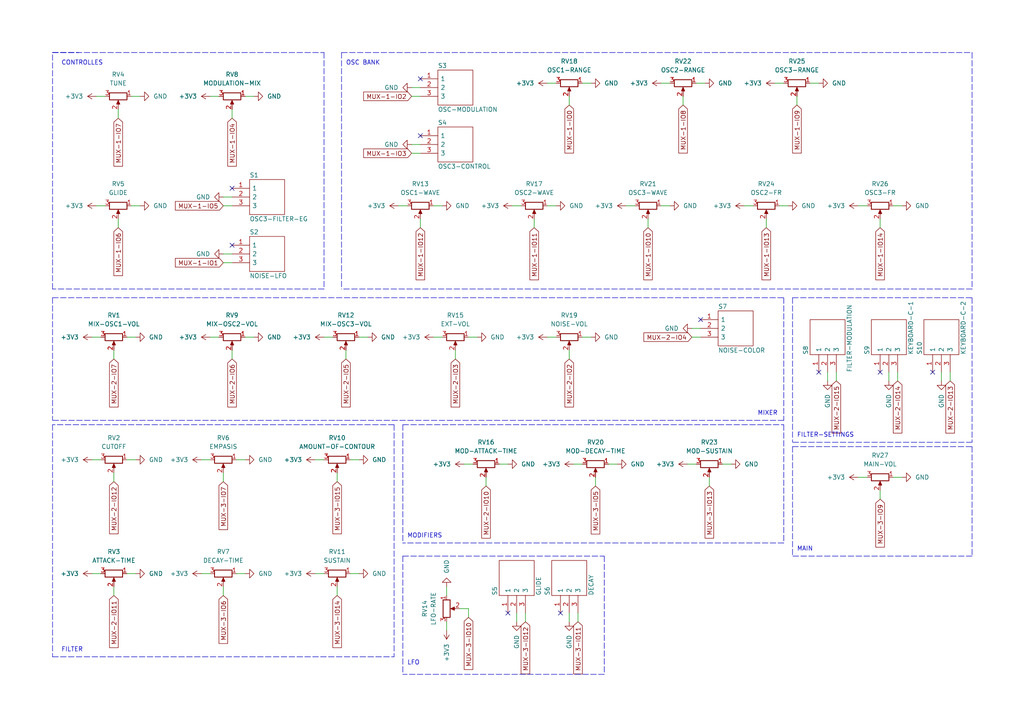
<source format=kicad_sch>
(kicad_sch (version 20211123) (generator eeschema)
  (paper "A4")
  (lib_symbols
    (symbol "2M1-SP1-T1-B1-M2QE:2M1-SP1-T1-B1-M2QE" (pin_names (offset 0.762))
      (property "Reference" "S" (at 16.51 7.62 0))
      (property "Value" "2M1-SP1-T1-B1-M2QE" (at 16.51 5.08 0))
      (symbol "2M1-SP1-T1-B1-M2QE_0_0"
        (pin passive line (at 0 0 0) (length 5.08) (name "1") (number "1"))
        (pin passive line (at 0 -2.54 0) (length 5.08) (name "2") (number "2"))
        (pin passive line (at 0 -5.08 0) (length 5.08) (name "3") (number "3"))
      )
      (symbol "2M1-SP1-T1-B1-M2QE_0_1"
        (polyline (pts (xy 5.08 2.54) (xy 15.24 2.54) (xy 15.24 -7.62) (xy 5.08 -7.62) (xy 5.08 2.54)) (stroke (width 0.1524)))
      )
    )
    (symbol "Device:R_Potentiometer" (pin_names (offset 1.016) hide)
      (property "Reference" "RV" (at -4.445 0 90))
      (property "Value" "R_Potentiometer" (at -2.54 0 90))
      (symbol "R_Potentiometer_0_1"
        (polyline (pts (xy 2.54 0) (xy 1.524 0)))
        (polyline (pts (xy 1.143 0) (xy 2.286 0.508) (xy 2.286 -0.508) (xy 1.143 0)) (fill (type outline)))
        (rectangle (start 1.016 2.54) (end -1.016 -2.54) (stroke (width 0.254)))
      )
      (symbol "R_Potentiometer_1_1"
        (pin passive line (at 0 3.81 270) (length 1.27) (name "1") (number "1"))
        (pin passive line (at 3.81 0 180) (length 1.27) (name "2") (number "2"))
        (pin passive line (at 0 -3.81 90) (length 1.27) (name "3") (number "3"))
      )
    )
    (symbol "power:+3.3V" (power) (pin_names (offset 0))
      (property "Value" "+3.3V" (at 0 3.556 0))
      (symbol "+3.3V_0_1"
        (polyline (pts (xy -0.762 1.27) (xy 0 2.54)))
        (polyline (pts (xy 0 0) (xy 0 2.54)))
        (polyline (pts (xy 0 2.54) (xy 0.762 1.27)))
      )
      (symbol "+3.3V_1_1"
        (pin power_in line (at 0 0 90) (length 0) hide (name "+3V3") (number "1"))
      )
    )
    (symbol "power:GND" (power) (pin_names (offset 0))
      (property "Value" "GND" (at 0 -3.81 0))
      (symbol "GND_0_1"
        (polyline (pts (xy 0 0) (xy 0 -1.27) (xy 1.27 -1.27) (xy 0 -2.54) (xy -1.27 -1.27) (xy 0 -1.27)))
      )
      (symbol "GND_1_1"
        (pin power_in line (at 0 0 270) (length 0) hide (name "GND") (number "1"))
      )
    )
  )
  (no_connect (at 67.31 54.61))
  (no_connect (at 121.92 39.37))
  (no_connect (at 67.31 71.12))
  (no_connect (at 147.32 177.8))
  (no_connect (at 270.51 107.95))
  (no_connect (at 121.92 22.86))
  (no_connect (at 203.2 92.71))
  (no_connect (at 255.27 107.95))
  (no_connect (at 162.56 177.8))
  (no_connect (at 237.49 107.95))
  (polyline (pts (xy 114.3 123.19) (xy 15.24 123.19)))
  (wire (pts (xy 226.06 59.69) (xy 228.6 59.69)))
  (wire (pts (xy 200.66 95.25) (xy 203.2 95.25)))
  (wire (pts (xy 154.94 63.5) (xy 154.94 66.04)))
  (wire (pts (xy 133.35 176.53) (xy 135.89 176.53)))
  (wire (pts (xy 26.67 97.79) (xy 29.21 97.79)))
  (polyline (pts (xy 99.06 15.24) (xy 281.94 15.24)))
  (polyline (pts (xy 281.94 15.24) (xy 281.94 83.82)))
  (wire (pts (xy 201.93 24.13) (xy 204.47 24.13)))
  (wire (pts (xy 172.72 138.43) (xy 172.72 140.97)))
  (wire (pts (xy 168.91 24.13) (xy 171.45 24.13)))
  (wire (pts (xy 215.9 59.69) (xy 218.44 59.69)))
  (polyline (pts (xy 116.84 123.19) (xy 116.84 157.48)))
  (wire (pts (xy 187.96 63.5) (xy 187.96 66.04)))
  (wire (pts (xy 104.14 97.79) (xy 106.68 97.79)))
  (wire (pts (xy 26.67 166.37) (xy 29.21 166.37)))
  (polyline (pts (xy 99.06 15.24) (xy 99.06 83.82)))
  (wire (pts (xy 33.02 137.16) (xy 33.02 139.7)))
  (wire (pts (xy 259.08 138.43) (xy 261.62 138.43)))
  (wire (pts (xy 199.39 134.62) (xy 201.93 134.62)))
  (wire (pts (xy 68.58 166.37) (xy 71.12 166.37)))
  (wire (pts (xy 27.94 27.94) (xy 30.48 27.94)))
  (polyline (pts (xy 175.26 161.29) (xy 175.26 195.58)))
  (wire (pts (xy 26.67 133.35) (xy 29.21 133.35)))
  (wire (pts (xy 64.77 76.2) (xy 67.31 76.2)))
  (wire (pts (xy 67.31 101.6) (xy 67.31 104.14)))
  (wire (pts (xy 275.59 110.49) (xy 275.59 107.95)))
  (wire (pts (xy 165.1 101.6) (xy 165.1 104.14)))
  (wire (pts (xy 115.57 59.69) (xy 118.11 59.69)))
  (polyline (pts (xy 116.84 161.29) (xy 116.84 195.58)))
  (polyline (pts (xy 15.24 86.36) (xy 15.24 121.92)))
  (polyline (pts (xy 15.24 123.19) (xy 15.24 190.5)))
  (wire (pts (xy 100.33 101.6) (xy 100.33 104.14)))
  (wire (pts (xy 255.27 63.5) (xy 255.27 66.04)))
  (wire (pts (xy 38.1 59.69) (xy 40.64 59.69)))
  (polyline (pts (xy 93.98 83.82) (xy 15.24 83.82)))
  (wire (pts (xy 224.79 24.13) (xy 227.33 24.13)))
  (wire (pts (xy 119.38 27.94) (xy 121.92 27.94)))
  (wire (pts (xy 119.38 25.4) (xy 121.92 25.4)))
  (wire (pts (xy 198.12 27.94) (xy 198.12 30.48)))
  (wire (pts (xy 165.1 180.34) (xy 165.1 177.8)))
  (wire (pts (xy 135.89 97.79) (xy 138.43 97.79)))
  (wire (pts (xy 101.6 133.35) (xy 104.14 133.35)))
  (polyline (pts (xy 93.98 15.24) (xy 93.98 83.82)))
  (wire (pts (xy 209.55 134.62) (xy 212.09 134.62)))
  (wire (pts (xy 34.29 31.75) (xy 34.29 34.29)))
  (polyline (pts (xy 229.87 129.54) (xy 229.87 161.29)))
  (wire (pts (xy 119.38 41.91) (xy 121.92 41.91)))
  (wire (pts (xy 119.38 44.45) (xy 121.92 44.45)))
  (wire (pts (xy 129.54 172.72) (xy 129.54 170.18)))
  (wire (pts (xy 255.27 142.24) (xy 255.27 144.78)))
  (polyline (pts (xy 15.24 15.24) (xy 22.86 15.24)))
  (polyline (pts (xy 116.84 123.19) (xy 227.33 123.19)))
  (wire (pts (xy 149.86 180.34) (xy 149.86 177.8)))
  (wire (pts (xy 248.92 59.69) (xy 251.46 59.69)))
  (wire (pts (xy 60.96 97.79) (xy 63.5 97.79)))
  (wire (pts (xy 36.83 133.35) (xy 39.37 133.35)))
  (wire (pts (xy 64.77 73.66) (xy 67.31 73.66)))
  (wire (pts (xy 200.66 97.79) (xy 203.2 97.79)))
  (wire (pts (xy 259.08 59.69) (xy 261.62 59.69)))
  (wire (pts (xy 165.1 27.94) (xy 165.1 30.48)))
  (polyline (pts (xy 114.3 123.19) (xy 114.3 190.5)))
  (polyline (pts (xy 229.87 86.36) (xy 281.94 86.36)))
  (wire (pts (xy 144.78 134.62) (xy 147.32 134.62)))
  (wire (pts (xy 205.74 138.43) (xy 205.74 140.97)))
  (wire (pts (xy 97.79 170.18) (xy 97.79 172.72)))
  (wire (pts (xy 273.05 110.49) (xy 273.05 107.95)))
  (polyline (pts (xy 227.33 123.19) (xy 227.33 157.48)))
  (polyline (pts (xy 227.33 121.92) (xy 15.24 121.92)))
  (wire (pts (xy 234.95 24.13) (xy 237.49 24.13)))
  (wire (pts (xy 191.77 59.69) (xy 194.31 59.69)))
  (wire (pts (xy 260.35 110.49) (xy 260.35 107.95)))
  (wire (pts (xy 166.37 134.62) (xy 168.91 134.62)))
  (wire (pts (xy 64.77 57.15) (xy 67.31 57.15)))
  (wire (pts (xy 71.12 97.79) (xy 73.66 97.79)))
  (wire (pts (xy 132.08 101.6) (xy 132.08 104.14)))
  (polyline (pts (xy 281.94 161.29) (xy 229.87 161.29)))
  (wire (pts (xy 135.89 176.53) (xy 135.89 179.07)))
  (wire (pts (xy 121.92 63.5) (xy 121.92 66.04)))
  (wire (pts (xy 167.64 180.34) (xy 167.64 177.8)))
  (wire (pts (xy 125.73 59.69) (xy 128.27 59.69)))
  (wire (pts (xy 38.1 27.94) (xy 40.64 27.94)))
  (polyline (pts (xy 227.33 157.48) (xy 116.84 157.48)))
  (wire (pts (xy 34.29 63.5) (xy 34.29 66.04)))
  (wire (pts (xy 33.02 101.6) (xy 33.02 104.14)))
  (wire (pts (xy 58.42 166.37) (xy 60.96 166.37)))
  (polyline (pts (xy 281.94 86.36) (xy 281.94 128.27)))
  (wire (pts (xy 158.75 97.79) (xy 161.29 97.79)))
  (wire (pts (xy 36.83 97.79) (xy 39.37 97.79)))
  (wire (pts (xy 257.81 110.49) (xy 257.81 107.95)))
  (wire (pts (xy 248.92 138.43) (xy 251.46 138.43)))
  (wire (pts (xy 222.25 63.5) (xy 222.25 66.04)))
  (wire (pts (xy 27.94 59.69) (xy 30.48 59.69)))
  (wire (pts (xy 158.75 24.13) (xy 161.29 24.13)))
  (wire (pts (xy 191.77 24.13) (xy 194.31 24.13)))
  (wire (pts (xy 240.03 110.49) (xy 240.03 107.95)))
  (wire (pts (xy 60.96 27.94) (xy 63.5 27.94)))
  (wire (pts (xy 64.77 59.69) (xy 67.31 59.69)))
  (wire (pts (xy 129.54 182.88) (xy 129.54 180.34)))
  (wire (pts (xy 36.83 166.37) (xy 39.37 166.37)))
  (polyline (pts (xy 227.33 86.36) (xy 227.33 121.92)))
  (polyline (pts (xy 229.87 86.36) (xy 229.87 128.27)))
  (wire (pts (xy 67.31 31.75) (xy 67.31 34.29)))
  (wire (pts (xy 125.73 97.79) (xy 128.27 97.79)))
  (wire (pts (xy 93.98 97.79) (xy 96.52 97.79)))
  (wire (pts (xy 181.61 59.69) (xy 184.15 59.69)))
  (polyline (pts (xy 229.87 129.54) (xy 281.94 129.54)))
  (polyline (pts (xy 116.84 161.29) (xy 175.26 161.29)))
  (polyline (pts (xy 15.24 15.24) (xy 93.98 15.24)))
  (wire (pts (xy 242.57 110.49) (xy 242.57 107.95)))
  (wire (pts (xy 58.42 133.35) (xy 60.96 133.35)))
  (wire (pts (xy 148.59 59.69) (xy 151.13 59.69)))
  (polyline (pts (xy 281.94 128.27) (xy 229.87 128.27)))
  (polyline (pts (xy 15.24 190.5) (xy 114.3 190.5)))
  (wire (pts (xy 168.91 97.79) (xy 171.45 97.79)))
  (polyline (pts (xy 15.24 83.82) (xy 15.24 15.24)))
  (polyline (pts (xy 281.94 129.54) (xy 281.94 161.29)))
  (polyline (pts (xy 281.94 83.82) (xy 99.06 83.82)))
  (wire (pts (xy 68.58 133.35) (xy 71.12 133.35)))
  (polyline (pts (xy 175.26 195.58) (xy 116.84 195.58)))
  (wire (pts (xy 158.75 59.69) (xy 161.29 59.69)))
  (wire (pts (xy 134.62 134.62) (xy 137.16 134.62)))
  (wire (pts (xy 140.97 138.43) (xy 140.97 140.97)))
  (wire (pts (xy 231.14 27.94) (xy 231.14 30.48)))
  (wire (pts (xy 71.12 27.94) (xy 73.66 27.94)))
  (polyline (pts (xy 15.24 86.36) (xy 227.33 86.36)))
  (wire (pts (xy 33.02 170.18) (xy 33.02 172.72)))
  (wire (pts (xy 176.53 134.62) (xy 179.07 134.62)))
  (wire (pts (xy 91.44 166.37) (xy 93.98 166.37)))
  (wire (pts (xy 152.4 180.34) (xy 152.4 177.8)))
  (wire (pts (xy 64.77 170.18) (xy 64.77 172.72)))
  (wire (pts (xy 101.6 166.37) (xy 104.14 166.37)))
  (wire (pts (xy 64.77 137.16) (xy 64.77 139.7)))
  (wire (pts (xy 91.44 133.35) (xy 93.98 133.35)))
  (wire (pts (xy 97.79 137.16) (xy 97.79 139.7)))
  (text "MIXER" (at 219.71 120.65 0) (effects (font (size 1.27 1.27)) (justify left bottom)))
  (text "MODIFIERS\n" (at 118.11 156.21 0) (effects (font (size 1.27 1.27)) (justify left bottom)))
  (text "FILTER-SETTINGS" (at 231.14 127 0) (effects (font (size 1.27 1.27)) (justify left bottom)))
  (text "LFO" (at 118.11 193.04 0) (effects (font (size 1.27 1.27)) (justify left bottom)))
  (text "OSC BANK" (at 100.33 19.05 0) (effects (font (size 1.27 1.27)) (justify left bottom)))
  (text "CONTROLLES" (at 17.78 19.05 0) (effects (font (size 1.27 1.27)) (justify left bottom)))
  (text "MAIN" (at 231.14 160.02 0) (effects (font (size 1.27 1.27)) (justify left bottom)))
  (text "FILTER" (at 17.78 189.23 0) (effects (font (size 1.27 1.27)) (justify left bottom)))
  (global_label "MUX-3-IO9" (shape input) (at 255.27 144.78 270) (property "Intersheet References" "${INTERSHEET_REFS}" (effects hide)))
  (global_label "MUX-1-IO12" (shape input) (at 121.92 66.04 270) (property "Intersheet References" "${INTERSHEET_REFS}" (effects hide)))
  (global_label "MUX-2-IO7" (shape input) (at 33.02 104.14 270) (property "Intersheet References" "${INTERSHEET_REFS}" (effects hide)))
  (global_label "MUX-3-IO10" (shape input) (at 135.89 179.07 270) (property "Intersheet References" "${INTERSHEET_REFS}" (effects hide)))
  (global_label "MUX-1-IO8" (shape input) (at 198.12 30.48 270) (property "Intersheet References" "${INTERSHEET_REFS}" (effects hide)))
  (global_label "MUX-2-IO6" (shape input) (at 67.31 104.14 270) (property "Intersheet References" "${INTERSHEET_REFS}" (effects hide)))
  (global_label "MUX-1-IO14" (shape input) (at 255.27 66.04 270) (property "Intersheet References" "${INTERSHEET_REFS}" (effects hide)))
  (global_label "MUX-1-IO1" (shape input) (at 64.77 76.2 180) (property "Intersheet References" "${INTERSHEET_REFS}" (effects hide)))
  (global_label "MUX-3-IO13" (shape input) (at 205.74 140.97 270) (property "Intersheet References" "${INTERSHEET_REFS}" (effects hide)))
  (global_label "MUX-1-IO6" (shape input) (at 34.29 66.04 270) (property "Intersheet References" "${INTERSHEET_REFS}" (effects hide)))
  (global_label "MUX-3-IO14" (shape input) (at 97.79 172.72 270) (property "Intersheet References" "${INTERSHEET_REFS}" (effects hide)))
  (global_label "MUX-2-IO13" (shape input) (at 275.59 110.49 270) (property "Intersheet References" "${INTERSHEET_REFS}" (effects hide)))
  (global_label "MUX-3-IO11" (shape input) (at 167.64 180.34 270) (property "Intersheet References" "${INTERSHEET_REFS}" (effects hide)))
  (global_label "MUX-1-IO7" (shape input) (at 34.29 34.29 270) (property "Intersheet References" "${INTERSHEET_REFS}" (effects hide)))
  (global_label "MUX-1-IO9" (shape input) (at 231.14 30.48 270) (property "Intersheet References" "${INTERSHEET_REFS}" (effects hide)))
  (global_label "MUX-3-IO5" (shape input) (at 172.72 140.97 270) (property "Intersheet References" "${INTERSHEET_REFS}" (effects hide)))
  (global_label "MUX-2-IO15" (shape input) (at 242.57 110.49 270) (property "Intersheet References" "${INTERSHEET_REFS}" (effects hide)))
  (global_label "MUX-1-IO10" (shape input) (at 187.96 66.04 270) (property "Intersheet References" "${INTERSHEET_REFS}" (effects hide)))
  (global_label "MUX-1-IO13" (shape input) (at 222.25 66.04 270) (property "Intersheet References" "${INTERSHEET_REFS}" (effects hide)))
  (global_label "MUX-2-IO12" (shape input) (at 33.02 139.7 270) (property "Intersheet References" "${INTERSHEET_REFS}" (effects hide)))
  (global_label "MUX-2-IO10" (shape input) (at 140.97 140.97 270) (property "Intersheet References" "${INTERSHEET_REFS}" (effects hide)))
  (global_label "MUX-3-IO15" (shape input) (at 97.79 139.7 270) (property "Intersheet References" "${INTERSHEET_REFS}" (effects hide)))
  (global_label "MUX-1-IO5" (shape input) (at 64.77 59.69 180) (property "Intersheet References" "${INTERSHEET_REFS}" (effects hide)))
  (global_label "MUX-1-IO11" (shape input) (at 154.94 66.04 270) (property "Intersheet References" "${INTERSHEET_REFS}" (effects hide)))
  (global_label "MUX-2-IO11" (shape input) (at 33.02 172.72 270) (property "Intersheet References" "${INTERSHEET_REFS}" (effects hide)))
  (global_label "MUX-1-IO4" (shape input) (at 67.31 34.29 270) (property "Intersheet References" "${INTERSHEET_REFS}" (effects hide)))
  (global_label "MUX-3-IO12" (shape input) (at 152.4 180.34 270) (property "Intersheet References" "${INTERSHEET_REFS}" (effects hide)))
  (global_label "MUX-2-IO4" (shape input) (at 200.66 97.79 180) (property "Intersheet References" "${INTERSHEET_REFS}" (effects hide)))
  (global_label "MUX-3-IO6" (shape input) (at 64.77 172.72 270) (property "Intersheet References" "${INTERSHEET_REFS}" (effects hide)))
  (global_label "MUX-2-IO2" (shape input) (at 165.1 104.14 270) (property "Intersheet References" "${INTERSHEET_REFS}" (effects hide)))
  (global_label "MUX-2-IO5" (shape input) (at 100.33 104.14 270) (property "Intersheet References" "${INTERSHEET_REFS}" (effects hide)))
  (global_label "MUX-3-IO7" (shape input) (at 64.77 139.7 270) (property "Intersheet References" "${INTERSHEET_REFS}" (effects hide)))
  (global_label "MUX-2-IO3" (shape input) (at 132.08 104.14 270) (property "Intersheet References" "${INTERSHEET_REFS}" (effects hide)))
  (global_label "MUX-1-IO2" (shape input) (at 119.38 27.94 180) (property "Intersheet References" "${INTERSHEET_REFS}" (effects hide)))
  (global_label "MUX-1-IO0" (shape input) (at 165.1 30.48 270) (property "Intersheet References" "${INTERSHEET_REFS}" (effects hide)))
  (global_label "MUX-2-IO14" (shape input) (at 260.35 110.49 270) (property "Intersheet References" "${INTERSHEET_REFS}" (effects hide)))
  (global_label "MUX-1-IO3" (shape input) (at 119.38 44.45 180) (property "Intersheet References" "${INTERSHEET_REFS}" (effects hide)))
  (symbol (lib_id "power:GND") (at 179.07 134.62 90) (unit 1)
    (property "Reference" "#PWR048" (effects hide))
    (property "Value" "GND" (at 182.88 134.6199 90) (effects (justify right)))
  )
  (symbol (lib_id "power:+3.3V") (at 60.96 27.94 90) (unit 1)
    (property "Reference" "#PWR017" (effects hide))
    (property "Value" "+3.3V" (at 57.15 27.9399 90) (effects (justify left)))
  )
  (symbol (lib_id "power:+3.3V") (at 125.73 97.79 90) (unit 1)
    (property "Reference" "#PWR032" (effects hide))
    (property "Value" "+3.3V" (at 121.92 97.7899 90) (effects (justify left)))
  )
  (symbol (lib_id "power:GND") (at 104.14 166.37 90) (unit 1)
    (property "Reference" "#PWR027" (effects hide))
    (property "Value" "GND" (at 107.95 166.3699 90) (effects (justify right)))
  )
  (symbol (lib_id "Device:R_Potentiometer") (at 172.72 134.62 270) (unit 1)
    (property "Reference" "RV20" (at 172.72 128.27 90))
    (property "Value" "MOD-DECAY-TIME" (at 172.72 130.81 90))
    (property "Footprint" "Potentiometer_THT:Potentiometer_Alps_RK09K_Single_Vertical" (effects hide))
  )
  (symbol (lib_id "Device:R_Potentiometer") (at 222.25 59.69 270) (unit 1)
    (property "Reference" "RV24" (at 222.25 53.34 90))
    (property "Value" "OSC2-FR" (at 222.25 55.88 90))
    (property "Footprint" "Potentiometer_THT:Potentiometer_Alps_RK09K_Single_Vertical" (effects hide))
  )
  (symbol (lib_id "2M1-SP1-T1-B1-M2QE:2M1-SP1-T1-B1-M2QE") (at 270.51 107.95 90) (unit 1)
    (property "Reference" "S10" (at 266.7 102.87 0) (effects (justify left)))
    (property "Value" "KEYBOARD-C-2" (at 279.4 102.87 0) (effects (justify left)))
    (property "Footprint" "2M1-SP1-T1-B1-M2QE:2M1SP3T1B1M2QE" (effects hide))
    (property "Datasheet" "https://www.carlingtech.com/sites/default/files/documents/Carling-MTS-2M-Series.pdf" (effects hide))
    (property "Description" "SP Toggle Switch On-None-On, 5 A, Panel Mount" (effects hide))
    (property "Height" "28.2" (effects hide))
    (property "Manufacturer_Name" "Carling Technologies" (effects hide))
    (property "Manufacturer_Part_Number" "2M1-SP1-T1-B1-M2QE" (effects hide))
    (property "Mouser Part Number" "691-2M1-SP1-T1B1M2QE" (effects hide))
    (property "Mouser Price/Stock" "https://www.mouser.co.uk/ProductDetail/Carling-Technologies/2M1-SP1-T1-B1-M2QE?qs=fLlAb0goH0dj4%2FU5qxsPsw%3D%3D" (effects hide))
  )
  (symbol (lib_id "power:GND") (at 71.12 133.35 90) (unit 1)
    (property "Reference" "#PWR019" (effects hide))
    (property "Value" "GND" (at 74.93 133.3499 90) (effects (justify right)))
  )
  (symbol (lib_id "Device:R_Potentiometer") (at 34.29 27.94 270) (unit 1)
    (property "Reference" "RV4" (at 34.29 21.59 90))
    (property "Value" "TUNE" (at 34.29 24.13 90))
    (property "Footprint" "Potentiometer_THT:Potentiometer_Alps_RK09K_Single_Vertical" (effects hide))
  )
  (symbol (lib_id "Device:R_Potentiometer") (at 129.54 176.53 0) (unit 1)
    (property "Reference" "RV14" (at 123.19 176.53 90))
    (property "Value" "LFO-RATE" (at 125.73 176.53 90))
    (property "Footprint" "Potentiometer_THT:Potentiometer_Alps_RK09K_Single_Vertical" (effects hide))
  )
  (symbol (lib_id "Device:R_Potentiometer") (at 198.12 24.13 270) (unit 1)
    (property "Reference" "RV22" (at 198.12 17.78 90))
    (property "Value" "OSC2-RANGE" (at 198.12 20.32 90))
    (property "Footprint" "Potentiometer_THT:Potentiometer_Alps_RK09K_Single_Vertical" (effects hide))
  )
  (symbol (lib_id "power:GND") (at 119.38 41.91 270) (unit 1)
    (property "Reference" "#PWR0119" (effects hide))
    (property "Value" "GND" (at 115.57 41.9099 90) (effects (justify right)))
  )
  (symbol (lib_id "Device:R_Potentiometer") (at 255.27 138.43 270) (unit 1)
    (property "Reference" "RV27" (at 255.27 132.08 90))
    (property "Value" "MAIN-VOL" (at 255.27 134.62 90))
    (property "Footprint" "Potentiometer_THT:Potentiometer_Alps_RK09K_Single_Vertical" (effects hide))
  )
  (symbol (lib_id "Device:R_Potentiometer") (at 255.27 59.69 270) (unit 1)
    (property "Reference" "RV26" (at 255.27 53.34 90))
    (property "Value" "OSC3-FR" (at 255.27 55.88 90))
    (property "Footprint" "Potentiometer_THT:Potentiometer_Alps_RK09K_Single_Vertical" (effects hide))
  )
  (symbol (lib_id "power:+3.3V") (at 115.57 59.69 90) (unit 1)
    (property "Reference" "#PWR031" (effects hide))
    (property "Value" "+3.3V" (at 111.76 59.6899 90) (effects (justify left)))
  )
  (symbol (lib_id "power:+3.3V") (at 129.54 182.88 180) (unit 1)
    (property "Reference" "#PWR034" (effects hide))
    (property "Value" "+3.3V" (at 129.5399 186.69 90) (effects (justify left)))
  )
  (symbol (lib_id "power:GND") (at 161.29 59.69 90) (unit 1)
    (property "Reference" "#PWR044" (effects hide))
    (property "Value" "GND" (at 165.1 59.6899 90) (effects (justify right)))
  )
  (symbol (lib_id "power:GND") (at 149.86 180.34 0) (unit 1)
    (property "Reference" "#PWR0116" (effects hide))
    (property "Value" "GND" (at 149.8599 184.15 90) (effects (justify right)))
  )
  (symbol (lib_id "power:+3.3V") (at 26.67 97.79 90) (unit 1)
    (property "Reference" "#PWR03" (effects hide))
    (property "Value" "+3.3V" (at 22.86 97.7899 90) (effects (justify left)))
  )
  (symbol (lib_id "Device:R_Potentiometer") (at 33.02 166.37 270) (unit 1)
    (property "Reference" "RV3" (at 33.02 160.02 90))
    (property "Value" "ATTACK-TIME" (at 33.02 162.56 90))
    (property "Footprint" "Potentiometer_THT:Potentiometer_Alps_RK09K_Single_Vertical" (effects hide))
  )
  (symbol (lib_id "Device:R_Potentiometer") (at 97.79 133.35 270) (unit 1)
    (property "Reference" "RV10" (at 97.79 127 90))
    (property "Value" "AMOUNT-OF-CONTOUR" (at 97.79 129.54 90))
    (property "Footprint" "Potentiometer_THT:Potentiometer_Alps_RK09K_Single_Vertical" (effects hide))
  )
  (symbol (lib_id "power:+3.3V") (at 91.44 166.37 90) (unit 1)
    (property "Reference" "#PWR024" (effects hide))
    (property "Value" "+3.3V" (at 87.63 166.3699 90) (effects (justify left)))
  )
  (symbol (lib_id "power:GND") (at 129.54 170.18 180) (unit 1)
    (property "Reference" "#PWR033" (effects hide))
    (property "Value" "GND" (at 129.5399 166.37 90) (effects (justify right)))
  )
  (symbol (lib_id "2M1-SP1-T1-B1-M2QE:2M1-SP1-T1-B1-M2QE") (at 121.92 39.37 0) (unit 1)
    (property "Reference" "S4" (at 127 35.56 0) (effects (justify left)))
    (property "Value" "OSC3-CONTROL" (at 127 48.26 0) (effects (justify left)))
    (property "Footprint" "2M1-SP1-T1-B1-M2QE:2M1SP3T1B1M2QE" (effects hide))
    (property "Datasheet" "https://www.carlingtech.com/sites/default/files/documents/Carling-MTS-2M-Series.pdf" (effects hide))
    (property "Description" "SP Toggle Switch On-None-On, 5 A, Panel Mount" (effects hide))
    (property "Height" "28.2" (effects hide))
    (property "Manufacturer_Name" "Carling Technologies" (effects hide))
    (property "Manufacturer_Part_Number" "2M1-SP1-T1-B1-M2QE" (effects hide))
    (property "Mouser Part Number" "691-2M1-SP1-T1B1M2QE" (effects hide))
    (property "Mouser Price/Stock" "https://www.mouser.co.uk/ProductDetail/Carling-Technologies/2M1-SP1-T1-B1-M2QE?qs=fLlAb0goH0dj4%2FU5qxsPsw%3D%3D" (effects hide))
  )
  (symbol (lib_id "power:GND") (at 64.77 57.15 270) (unit 1)
    (property "Reference" "#PWR0115" (effects hide))
    (property "Value" "GND" (at 60.96 57.1499 90) (effects (justify right)))
  )
  (symbol (lib_id "power:+3.3V") (at 166.37 134.62 90) (unit 1)
    (property "Reference" "#PWR045" (effects hide))
    (property "Value" "+3.3V" (at 162.56 134.6199 90) (effects (justify left)))
  )
  (symbol (lib_id "Device:R_Potentiometer") (at 100.33 97.79 270) (unit 1)
    (property "Reference" "RV12" (at 100.33 91.44 90))
    (property "Value" "MIX-OSC3-VOL" (at 100.33 93.98 90))
    (property "Footprint" "Potentiometer_THT:Potentiometer_Alps_RK09K_Single_Vertical" (effects hide))
  )
  (symbol (lib_id "power:+3.3V") (at 58.42 133.35 90) (unit 1)
    (property "Reference" "#PWR013" (effects hide))
    (property "Value" "+3.3V" (at 54.61 133.3499 90) (effects (justify left)))
  )
  (symbol (lib_id "power:GND") (at 71.12 166.37 90) (unit 1)
    (property "Reference" "#PWR020" (effects hide))
    (property "Value" "GND" (at 74.93 166.3699 90) (effects (justify right)))
  )
  (symbol (lib_id "power:GND") (at 240.03 110.49 0) (unit 1)
    (property "Reference" "#PWR0122" (effects hide))
    (property "Value" "GND" (at 240.0299 114.3 90) (effects (justify right)))
  )
  (symbol (lib_id "power:GND") (at 237.49 24.13 90) (unit 1)
    (property "Reference" "#PWR059" (effects hide))
    (property "Value" "GND" (at 241.3 24.1299 90) (effects (justify right)))
  )
  (symbol (lib_id "2M1-SP1-T1-B1-M2QE:2M1-SP1-T1-B1-M2QE") (at 147.32 177.8 90) (unit 1)
    (property "Reference" "S5" (at 143.51 172.72 0) (effects (justify left)))
    (property "Value" "GLIDE" (at 156.21 172.72 0) (effects (justify left)))
    (property "Footprint" "2M1-SP1-T1-B1-M2QE:2M1SP3T1B1M2QE" (effects hide))
    (property "Datasheet" "https://www.carlingtech.com/sites/default/files/documents/Carling-MTS-2M-Series.pdf" (effects hide))
    (property "Description" "SP Toggle Switch On-None-On, 5 A, Panel Mount" (effects hide))
    (property "Height" "28.2" (effects hide))
    (property "Manufacturer_Name" "Carling Technologies" (effects hide))
    (property "Manufacturer_Part_Number" "2M1-SP1-T1-B1-M2QE" (effects hide))
    (property "Mouser Part Number" "691-2M1-SP1-T1B1M2QE" (effects hide))
    (property "Mouser Price/Stock" "https://www.mouser.co.uk/ProductDetail/Carling-Technologies/2M1-SP1-T1-B1-M2QE?qs=fLlAb0goH0dj4%2FU5qxsPsw%3D%3D" (effects hide))
  )
  (symbol (lib_id "power:+3.3V") (at 215.9 59.69 90) (unit 1)
    (property "Reference" "#PWR056" (effects hide))
    (property "Value" "+3.3V" (at 212.09 59.6899 90) (effects (justify left)))
  )
  (symbol (lib_id "power:+3.3V") (at 134.62 134.62 90) (unit 1)
    (property "Reference" "#PWR036" (effects hide))
    (property "Value" "+3.3V" (at 130.81 134.6199 90) (effects (justify left)))
  )
  (symbol (lib_id "Device:R_Potentiometer") (at 64.77 166.37 270) (unit 1)
    (property "Reference" "RV7" (at 64.77 160.02 90))
    (property "Value" "DECAY-TIME" (at 64.77 162.56 90))
    (property "Footprint" "Potentiometer_THT:Potentiometer_Alps_RK09K_Single_Vertical" (effects hide))
  )
  (symbol (lib_id "Device:R_Potentiometer") (at 121.92 59.69 270) (unit 1)
    (property "Reference" "RV13" (at 121.92 53.34 90))
    (property "Value" "OSC1-WAVE" (at 121.92 55.88 90))
    (property "Footprint" "Potentiometer_THT:Potentiometer_Alps_RK09K_Single_Vertical" (effects hide))
  )
  (symbol (lib_id "2M1-SP1-T1-B1-M2QE:2M1-SP1-T1-B1-M2QE") (at 237.49 107.95 90) (unit 1)
    (property "Reference" "S8" (at 233.68 102.87 0) (effects (justify left)))
    (property "Value" "FILTER-MODULATION" (at 246.38 107.95 0) (effects (justify left)))
    (property "Footprint" "2M1-SP1-T1-B1-M2QE:2M1SP3T1B1M2QE" (effects hide))
    (property "Datasheet" "https://www.carlingtech.com/sites/default/files/documents/Carling-MTS-2M-Series.pdf" (effects hide))
    (property "Description" "SP Toggle Switch On-None-On, 5 A, Panel Mount" (effects hide))
    (property "Height" "28.2" (effects hide))
    (property "Manufacturer_Name" "Carling Technologies" (effects hide))
    (property "Manufacturer_Part_Number" "2M1-SP1-T1-B1-M2QE" (effects hide))
    (property "Mouser Part Number" "691-2M1-SP1-T1B1M2QE" (effects hide))
    (property "Mouser Price/Stock" "https://www.mouser.co.uk/ProductDetail/Carling-Technologies/2M1-SP1-T1-B1-M2QE?qs=fLlAb0goH0dj4%2FU5qxsPsw%3D%3D" (effects hide))
  )
  (symbol (lib_id "power:GND") (at 165.1 180.34 0) (unit 1)
    (property "Reference" "#PWR0117" (effects hide))
    (property "Value" "GND" (at 165.0999 184.15 90) (effects (justify right)))
  )
  (symbol (lib_id "power:GND") (at 147.32 134.62 90) (unit 1)
    (property "Reference" "#PWR040" (effects hide))
    (property "Value" "GND" (at 151.13 134.6199 90) (effects (justify right)))
  )
  (symbol (lib_id "power:+3.3V") (at 148.59 59.69 90) (unit 1)
    (property "Reference" "#PWR041" (effects hide))
    (property "Value" "+3.3V" (at 144.78 59.6899 90) (effects (justify left)))
  )
  (symbol (lib_id "power:GND") (at 39.37 133.35 90) (unit 1)
    (property "Reference" "#PWR09" (effects hide))
    (property "Value" "GND" (at 43.18 133.3499 90) (effects (justify right)))
  )
  (symbol (lib_id "Device:R_Potentiometer") (at 67.31 27.94 270) (unit 1)
    (property "Reference" "RV8" (at 67.31 21.59 90))
    (property "Value" "MODULATION-MIX" (at 67.31 24.13 90))
    (property "Footprint" "Potentiometer_THT:Potentiometer_Alps_RK09K_Single_Vertical" (effects hide))
  )
  (symbol (lib_id "power:GND") (at 128.27 59.69 90) (unit 1)
    (property "Reference" "#PWR035" (effects hide))
    (property "Value" "GND" (at 132.08 59.6899 90) (effects (justify right)))
  )
  (symbol (lib_id "power:+3.3V") (at 191.77 24.13 90) (unit 1)
    (property "Reference" "#PWR050" (effects hide))
    (property "Value" "+3.3V" (at 187.96 24.1299 90) (effects (justify left)))
  )
  (symbol (lib_id "power:+3.3V") (at 26.67 166.37 90) (unit 1)
    (property "Reference" "#PWR05" (effects hide))
    (property "Value" "+3.3V" (at 22.86 166.3699 90) (effects (justify left)))
  )
  (symbol (lib_id "Device:R_Potentiometer") (at 33.02 97.79 270) (unit 1)
    (property "Reference" "RV1" (at 33.02 91.44 90))
    (property "Value" "MIX-OSC1-VOL" (at 33.02 93.98 90))
    (property "Footprint" "Potentiometer_THT:Potentiometer_Alps_RK09K_Single_Vertical" (effects hide))
  )
  (symbol (lib_id "power:GND") (at 119.38 25.4 270) (unit 1)
    (property "Reference" "#PWR0118" (effects hide))
    (property "Value" "GND" (at 115.57 25.3999 90) (effects (justify right)))
  )
  (symbol (lib_id "power:+3.3V") (at 224.79 24.13 90) (unit 1)
    (property "Reference" "#PWR057" (effects hide))
    (property "Value" "+3.3V" (at 220.98 24.1299 90) (effects (justify left)))
  )
  (symbol (lib_id "power:GND") (at 39.37 166.37 90) (unit 1)
    (property "Reference" "#PWR010" (effects hide))
    (property "Value" "GND" (at 43.18 166.3699 90) (effects (justify right)))
  )
  (symbol (lib_id "2M1-SP1-T1-B1-M2QE:2M1-SP1-T1-B1-M2QE") (at 255.27 107.95 90) (unit 1)
    (property "Reference" "S9" (at 251.46 102.87 0) (effects (justify left)))
    (property "Value" "KEYBOARD-C-1" (at 264.16 102.87 0) (effects (justify left)))
    (property "Footprint" "2M1-SP1-T1-B1-M2QE:2M1SP3T1B1M2QE" (effects hide))
    (property "Datasheet" "https://www.carlingtech.com/sites/default/files/documents/Carling-MTS-2M-Series.pdf" (effects hide))
    (property "Description" "SP Toggle Switch On-None-On, 5 A, Panel Mount" (effects hide))
    (property "Height" "28.2" (effects hide))
    (property "Manufacturer_Name" "Carling Technologies" (effects hide))
    (property "Manufacturer_Part_Number" "2M1-SP1-T1-B1-M2QE" (effects hide))
    (property "Mouser Part Number" "691-2M1-SP1-T1B1M2QE" (effects hide))
    (property "Mouser Price/Stock" "https://www.mouser.co.uk/ProductDetail/Carling-Technologies/2M1-SP1-T1-B1-M2QE?qs=fLlAb0goH0dj4%2FU5qxsPsw%3D%3D" (effects hide))
  )
  (symbol (lib_id "Device:R_Potentiometer") (at 165.1 97.79 270) (unit 1)
    (property "Reference" "RV19" (at 165.1 91.44 90))
    (property "Value" "NOISE-VOL" (at 165.1 93.98 90))
    (property "Footprint" "Potentiometer_THT:Potentiometer_Alps_RK09K_Single_Vertical" (effects hide))
  )
  (symbol (lib_id "Device:R_Potentiometer") (at 187.96 59.69 270) (unit 1)
    (property "Reference" "RV21" (at 187.96 53.34 90))
    (property "Value" "OSC3-WAVE" (at 187.96 55.88 90))
    (property "Footprint" "Potentiometer_THT:Potentiometer_Alps_RK09K_Single_Vertical" (effects hide))
  )
  (symbol (lib_id "power:+3.3V") (at 27.94 27.94 90) (unit 1)
    (property "Reference" "#PWR06" (effects hide))
    (property "Value" "+3.3V" (at 24.13 27.9399 90) (effects (justify left)))
  )
  (symbol (lib_id "power:+3.3V") (at 158.75 24.13 90) (unit 1)
    (property "Reference" "#PWR042" (effects hide))
    (property "Value" "+3.3V" (at 154.94 24.1299 90) (effects (justify left)))
  )
  (symbol (lib_id "Device:R_Potentiometer") (at 165.1 24.13 270) (unit 1)
    (property "Reference" "RV18" (at 165.1 17.78 90))
    (property "Value" "OSC1-RANGE" (at 165.1 20.32 90))
    (property "Footprint" "Potentiometer_THT:Potentiometer_Alps_RK09K_Single_Vertical" (effects hide))
  )
  (symbol (lib_id "power:GND") (at 261.62 59.69 90) (unit 1)
    (property "Reference" "#PWR065" (effects hide))
    (property "Value" "GND" (at 265.43 59.6899 90) (effects (justify right)))
  )
  (symbol (lib_id "Device:R_Potentiometer") (at 64.77 133.35 270) (unit 1)
    (property "Reference" "RV6" (at 64.77 127 90))
    (property "Value" "EMPASIS" (at 64.77 129.54 90))
    (property "Footprint" "Potentiometer_THT:Potentiometer_Alps_RK09K_Single_Vertical" (effects hide))
  )
  (symbol (lib_id "power:GND") (at 257.81 110.49 0) (unit 1)
    (property "Reference" "#PWR0123" (effects hide))
    (property "Value" "GND" (at 257.8099 114.3 90) (effects (justify right)))
  )
  (symbol (lib_id "Device:R_Potentiometer") (at 97.79 166.37 270) (unit 1)
    (property "Reference" "RV11" (at 97.79 160.02 90))
    (property "Value" "SUSTAIN" (at 97.79 162.56 90))
    (property "Footprint" "Potentiometer_THT:Potentiometer_Alps_RK09K_Single_Vertical" (effects hide))
  )
  (symbol (lib_id "power:GND") (at 40.64 27.94 90) (unit 1)
    (property "Reference" "#PWR011" (effects hide))
    (property "Value" "GND" (at 44.45 27.9399 90) (effects (justify right)))
  )
  (symbol (lib_id "power:GND") (at 171.45 24.13 90) (unit 1)
    (property "Reference" "#PWR046" (effects hide))
    (property "Value" "GND" (at 175.26 24.1299 90) (effects (justify right)))
  )
  (symbol (lib_id "2M1-SP1-T1-B1-M2QE:2M1-SP1-T1-B1-M2QE") (at 121.92 22.86 0) (unit 1)
    (property "Reference" "S3" (at 127 19.05 0) (effects (justify left)))
    (property "Value" "OSC-MODULATION" (at 127 31.75 0) (effects (justify left)))
    (property "Footprint" "2M1-SP1-T1-B1-M2QE:2M1SP3T1B1M2QE" (effects hide))
    (property "Datasheet" "https://www.carlingtech.com/sites/default/files/documents/Carling-MTS-2M-Series.pdf" (effects hide))
    (property "Description" "SP Toggle Switch On-None-On, 5 A, Panel Mount" (effects hide))
    (property "Height" "28.2" (effects hide))
    (property "Manufacturer_Name" "Carling Technologies" (effects hide))
    (property "Manufacturer_Part_Number" "2M1-SP1-T1-B1-M2QE" (effects hide))
    (property "Mouser Part Number" "691-2M1-SP1-T1B1M2QE" (effects hide))
    (property "Mouser Price/Stock" "https://www.mouser.co.uk/ProductDetail/Carling-Technologies/2M1-SP1-T1-B1-M2QE?qs=fLlAb0goH0dj4%2FU5qxsPsw%3D%3D" (effects hide))
  )
  (symbol (lib_id "power:GND") (at 39.37 97.79 90) (unit 1)
    (property "Reference" "#PWR08" (effects hide))
    (property "Value" "GND" (at 43.18 97.7899 90) (effects (justify right)))
  )
  (symbol (lib_id "Device:R_Potentiometer") (at 154.94 59.69 270) (unit 1)
    (property "Reference" "RV17" (at 154.94 53.34 90))
    (property "Value" "OSC2-WAVE" (at 154.94 55.88 90))
    (property "Footprint" "Potentiometer_THT:Potentiometer_Alps_RK09K_Single_Vertical" (effects hide))
  )
  (symbol (lib_id "2M1-SP1-T1-B1-M2QE:2M1-SP1-T1-B1-M2QE") (at 67.31 54.61 0) (unit 1)
    (property "Reference" "S1" (at 72.39 50.8 0) (effects (justify left)))
    (property "Value" "OSC3-FILTER-EG" (at 72.39 63.5 0) (effects (justify left)))
    (property "Footprint" "2M1-SP1-T1-B1-M2QE:2M1SP3T1B1M2QE" (effects hide))
    (property "Datasheet" "https://www.carlingtech.com/sites/default/files/documents/Carling-MTS-2M-Series.pdf" (effects hide))
    (property "Description" "SP Toggle Switch On-None-On, 5 A, Panel Mount" (effects hide))
    (property "Height" "28.2" (effects hide))
    (property "Manufacturer_Name" "Carling Technologies" (effects hide))
    (property "Manufacturer_Part_Number" "2M1-SP1-T1-B1-M2QE" (effects hide))
    (property "Mouser Part Number" "691-2M1-SP1-T1B1M2QE" (effects hide))
    (property "Mouser Price/Stock" "https://www.mouser.co.uk/ProductDetail/Carling-Technologies/2M1-SP1-T1-B1-M2QE?qs=fLlAb0goH0dj4%2FU5qxsPsw%3D%3D" (effects hide))
  )
  (symbol (lib_id "power:+3.3V") (at 93.98 97.79 90) (unit 1)
    (property "Reference" "#PWR025" (effects hide))
    (property "Value" "+3.3V" (at 90.17 97.7899 90) (effects (justify left)))
  )
  (symbol (lib_id "power:GND") (at 228.6 59.69 90) (unit 1)
    (property "Reference" "#PWR058" (effects hide))
    (property "Value" "GND" (at 232.41 59.6899 90) (effects (justify right)))
  )
  (symbol (lib_id "power:+3.3V") (at 58.42 166.37 90) (unit 1)
    (property "Reference" "#PWR014" (effects hide))
    (property "Value" "+3.3V" (at 54.61 166.3699 90) (effects (justify left)))
  )
  (symbol (lib_id "power:+3.3V") (at 248.92 59.69 90) (unit 1)
    (property "Reference" "#PWR063" (effects hide))
    (property "Value" "+3.3V" (at 245.11 59.6899 90) (effects (justify left)))
  )
  (symbol (lib_id "Device:R_Potentiometer") (at 132.08 97.79 270) (unit 1)
    (property "Reference" "RV15" (at 132.08 91.44 90))
    (property "Value" "EXT-VOL" (at 132.08 93.98 90))
    (property "Footprint" "Potentiometer_THT:Potentiometer_Alps_RK09K_Single_Vertical" (effects hide))
  )
  (symbol (lib_id "power:+3.3V") (at 158.75 97.79 90) (unit 1)
    (property "Reference" "#PWR043" (effects hide))
    (property "Value" "+3.3V" (at 154.94 97.7899 90) (effects (justify left)))
  )
  (symbol (lib_id "Device:R_Potentiometer") (at 33.02 133.35 270) (unit 1)
    (property "Reference" "RV2" (at 33.02 127 90))
    (property "Value" "CUTOFF" (at 33.02 129.54 90))
    (property "Footprint" "Potentiometer_THT:Potentiometer_Alps_RK09K_Single_Vertical" (effects hide))
  )
  (symbol (lib_id "power:GND") (at 104.14 133.35 90) (unit 1)
    (property "Reference" "#PWR026" (effects hide))
    (property "Value" "GND" (at 107.95 133.3499 90) (effects (justify right)))
  )
  (symbol (lib_id "power:GND") (at 273.05 110.49 0) (unit 1)
    (property "Reference" "#PWR0121" (effects hide))
    (property "Value" "GND" (at 273.0499 114.3 90) (effects (justify right)))
  )
  (symbol (lib_id "Device:R_Potentiometer") (at 34.29 59.69 270) (unit 1)
    (property "Reference" "RV5" (at 34.29 53.34 90))
    (property "Value" "GLIDE" (at 34.29 55.88 90))
    (property "Footprint" "Potentiometer_THT:Potentiometer_Alps_RK09K_Single_Vertical" (effects hide))
  )
  (symbol (lib_id "power:+3.3V") (at 26.67 133.35 90) (unit 1)
    (property "Reference" "#PWR04" (effects hide))
    (property "Value" "+3.3V" (at 22.86 133.3499 90) (effects (justify left)))
  )
  (symbol (lib_id "2M1-SP1-T1-B1-M2QE:2M1-SP1-T1-B1-M2QE") (at 67.31 71.12 0) (unit 1)
    (property "Reference" "S2" (at 72.39 67.31 0) (effects (justify left)))
    (property "Value" "NOISE-LFO" (at 72.39 80.01 0) (effects (justify left)))
    (property "Footprint" "2M1-SP1-T1-B1-M2QE:2M1SP3T1B1M2QE" (effects hide))
    (property "Datasheet" "https://www.carlingtech.com/sites/default/files/documents/Carling-MTS-2M-Series.pdf" (effects hide))
    (property "Description" "SP Toggle Switch On-None-On, 5 A, Panel Mount" (effects hide))
    (property "Height" "28.2" (effects hide))
    (property "Manufacturer_Name" "Carling Technologies" (effects hide))
    (property "Manufacturer_Part_Number" "2M1-SP1-T1-B1-M2QE" (effects hide))
    (property "Mouser Part Number" "691-2M1-SP1-T1B1M2QE" (effects hide))
    (property "Mouser Price/Stock" "https://www.mouser.co.uk/ProductDetail/Carling-Technologies/2M1-SP1-T1-B1-M2QE?qs=fLlAb0goH0dj4%2FU5qxsPsw%3D%3D" (effects hide))
  )
  (symbol (lib_id "power:+3.3V") (at 27.94 59.69 90) (unit 1)
    (property "Reference" "#PWR07" (effects hide))
    (property "Value" "+3.3V" (at 24.13 59.6899 90) (effects (justify left)))
  )
  (symbol (lib_id "power:+3.3V") (at 60.96 97.79 90) (unit 1)
    (property "Reference" "#PWR018" (effects hide))
    (property "Value" "+3.3V" (at 57.15 97.7899 90) (effects (justify left)))
  )
  (symbol (lib_id "power:GND") (at 200.66 95.25 270) (unit 1)
    (property "Reference" "#PWR0120" (effects hide))
    (property "Value" "GND" (at 196.85 95.2499 90) (effects (justify right)))
  )
  (symbol (lib_id "power:GND") (at 204.47 24.13 90) (unit 1)
    (property "Reference" "#PWR054" (effects hide))
    (property "Value" "GND" (at 208.28 24.1299 90) (effects (justify right)))
  )
  (symbol (lib_id "Device:R_Potentiometer") (at 205.74 134.62 270) (unit 1)
    (property "Reference" "RV23" (at 205.74 128.27 90))
    (property "Value" "MOD-SUSTAIN" (at 205.74 130.81 90))
    (property "Footprint" "Potentiometer_THT:Potentiometer_Alps_RK09K_Single_Vertical" (effects hide))
  )
  (symbol (lib_id "power:GND") (at 138.43 97.79 90) (unit 1)
    (property "Reference" "#PWR037" (effects hide))
    (property "Value" "GND" (at 142.24 97.7899 90) (effects (justify right)))
  )
  (symbol (lib_id "Device:R_Potentiometer") (at 140.97 134.62 270) (unit 1)
    (property "Reference" "RV16" (at 140.97 128.27 90))
    (property "Value" "MOD-ATTACK-TIME" (at 140.97 130.81 90))
    (property "Footprint" "Potentiometer_THT:Potentiometer_Alps_RK09K_Single_Vertical" (effects hide))
  )
  (symbol (lib_id "power:GND") (at 171.45 97.79 90) (unit 1)
    (property "Reference" "#PWR047" (effects hide))
    (property "Value" "GND" (at 175.26 97.7899 90) (effects (justify right)))
  )
  (symbol (lib_id "power:GND") (at 106.68 97.79 90) (unit 1)
    (property "Reference" "#PWR028" (effects hide))
    (property "Value" "GND" (at 110.49 97.7899 90) (effects (justify right)))
  )
  (symbol (lib_id "power:GND") (at 194.31 59.69 90) (unit 1)
    (property "Reference" "#PWR051" (effects hide))
    (property "Value" "GND" (at 198.12 59.6899 90) (effects (justify right)))
  )
  (symbol (lib_id "power:+3.3V") (at 199.39 134.62 90) (unit 1)
    (property "Reference" "#PWR053" (effects hide))
    (property "Value" "+3.3V" (at 195.58 134.6199 90) (effects (justify left)))
  )
  (symbol (lib_id "Device:R_Potentiometer") (at 231.14 24.13 270) (unit 1)
    (property "Reference" "RV25" (at 231.14 17.78 90))
    (property "Value" "OSC3-RANGE" (at 231.14 20.32 90))
    (property "Footprint" "Potentiometer_THT:Potentiometer_Alps_RK09K_Single_Vertical" (effects hide))
  )
  (symbol (lib_id "power:+3.3V") (at 91.44 133.35 90) (unit 1)
    (property "Reference" "#PWR023" (effects hide))
    (property "Value" "+3.3V" (at 87.63 133.3499 90) (effects (justify left)))
  )
  (symbol (lib_id "power:+3.3V") (at 248.92 138.43 90) (unit 1)
    (property "Reference" "#PWR064" (effects hide))
    (property "Value" "+3.3V" (at 245.11 138.4299 90) (effects (justify left)))
  )
  (symbol (lib_id "power:GND") (at 73.66 27.94 90) (unit 1)
    (property "Reference" "#PWR021" (effects hide))
    (property "Value" "GND" (at 77.47 27.9399 90) (effects (justify right)))
  )
  (symbol (lib_id "power:GND") (at 212.09 134.62 90) (unit 1)
    (property "Reference" "#PWR055" (effects hide))
    (property "Value" "GND" (at 215.9 134.6199 90) (effects (justify right)))
  )
  (symbol (lib_id "power:GND") (at 73.66 97.79 90) (unit 1)
    (property "Reference" "#PWR022" (effects hide))
    (property "Value" "GND" (at 77.47 97.7899 90) (effects (justify right)))
  )
  (symbol (lib_id "2M1-SP1-T1-B1-M2QE:2M1-SP1-T1-B1-M2QE") (at 162.56 177.8 90) (unit 1)
    (property "Reference" "S6" (at 158.75 172.72 0) (effects (justify left)))
    (property "Value" "DECAY" (at 171.45 172.72 0) (effects (justify left)))
    (property "Footprint" "2M1-SP1-T1-B1-M2QE:2M1SP3T1B1M2QE" (effects hide))
    (property "Datasheet" "https://www.carlingtech.com/sites/default/files/documents/Carling-MTS-2M-Series.pdf" (effects hide))
    (property "Description" "SP Toggle Switch On-None-On, 5 A, Panel Mount" (effects hide))
    (property "Height" "28.2" (effects hide))
    (property "Manufacturer_Name" "Carling Technologies" (effects hide))
    (property "Manufacturer_Part_Number" "2M1-SP1-T1-B1-M2QE" (effects hide))
    (property "Mouser Part Number" "691-2M1-SP1-T1B1M2QE" (effects hide))
    (property "Mouser Price/Stock" "https://www.mouser.co.uk/ProductDetail/Carling-Technologies/2M1-SP1-T1-B1-M2QE?qs=fLlAb0goH0dj4%2FU5qxsPsw%3D%3D" (effects hide))
  )
  (symbol (lib_id "power:GND") (at 261.62 138.43 90) (unit 1)
    (property "Reference" "#PWR066" (effects hide))
    (property "Value" "GND" (at 265.43 138.4299 90) (effects (justify right)))
  )
  (symbol (lib_id "power:+3.3V") (at 181.61 59.69 90) (unit 1)
    (property "Reference" "#PWR049" (effects hide))
    (property "Value" "+3.3V" (at 177.8 59.6899 90) (effects (justify left)))
  )
  (symbol (lib_id "power:GND") (at 64.77 73.66 270) (unit 1)
    (property "Reference" "#PWR0114" (effects hide))
    (property "Value" "GND" (at 60.96 73.6599 90) (effects (justify right)))
  )
  (symbol (lib_id "Device:R_Potentiometer") (at 67.31 97.79 270) (unit 1)
    (property "Reference" "RV9" (at 67.31 91.44 90))
    (property "Value" "MIX-OSC2-VOL" (at 67.31 93.98 90))
    (property "Footprint" "Potentiometer_THT:Potentiometer_Alps_RK09K_Single_Vertical" (effects hide))
  )
  (symbol (lib_id "power:GND") (at 40.64 59.69 90) (unit 1)
    (property "Reference" "#PWR012" (effects hide))
    (property "Value" "GND" (at 44.45 59.6899 90) (effects (justify right)))
  )
  (symbol (lib_id "2M1-SP1-T1-B1-M2QE:2M1-SP1-T1-B1-M2QE") (at 203.2 92.71 0) (unit 1)
    (property "Reference" "S7" (at 208.28 88.9 0) (effects (justify left)))
    (property "Value" "NOISE-COLOR" (at 208.28 101.6 0) (effects (justify left)))
    (property "Footprint" "2M1-SP1-T1-B1-M2QE:2M1SP3T1B1M2QE" (effects hide))
    (property "Datasheet" "https://www.carlingtech.com/sites/default/files/documents/Carling-MTS-2M-Series.pdf" (effects hide))
    (property "Description" "SP Toggle Switch On-None-On, 5 A, Panel Mount" (effects hide))
    (property "Height" "28.2" (effects hide))
    (property "Manufacturer_Name" "Carling Technologies" (effects hide))
    (property "Manufacturer_Part_Number" "2M1-SP1-T1-B1-M2QE" (effects hide))
    (property "Mouser Part Number" "691-2M1-SP1-T1B1M2QE" (effects hide))
    (property "Mouser Price/Stock" "https://www.mouser.co.uk/ProductDetail/Carling-Technologies/2M1-SP1-T1-B1-M2QE?qs=fLlAb0goH0dj4%2FU5qxsPsw%3D%3D" (effects hide))
  )
)
</source>
